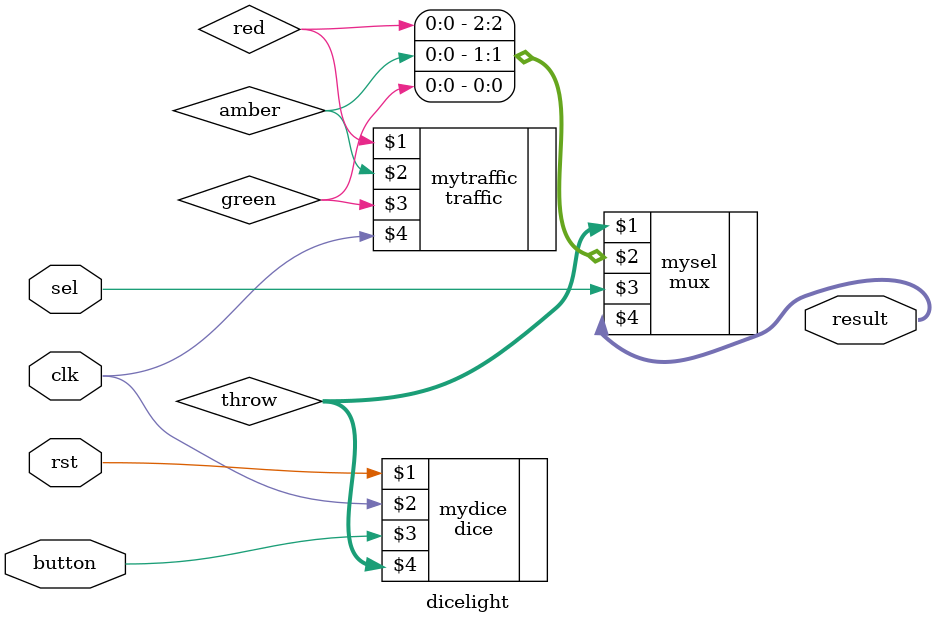
<source format=v>

module dicelight (rst, clk, button,sel, result);

input rst, clk, button,sel;
output [2:0] result;
wire [2:0] throw;
wire red,amber,green;

dice mydice(rst,clk,button,throw);
traffic mytraffic(red,amber,green,clk);

mux mysel(throw,{red,amber,green},sel,result);

endmodule



</source>
